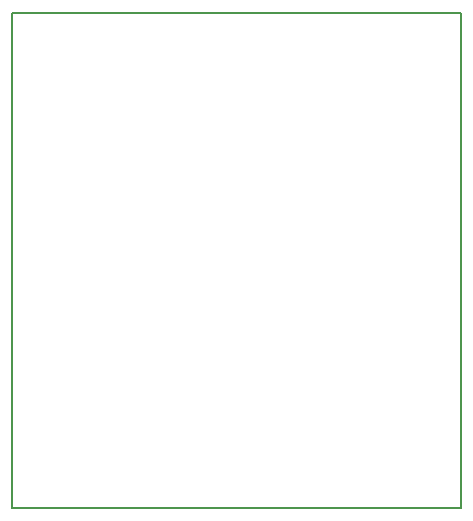
<source format=gbr>
G04 DipTrace 3.0.0.1*
G04 ESP-12E_BASE_V2.2-2OUTLINE.gbr*
%MOMM*%
G04 #@! TF.FileFunction,Profile*
G04 #@! TF.Part,Single*
%ADD11C,0.14*%
%FSLAX35Y35*%
G04*
G71*
G90*
G75*
G01*
G04 BoardOutline*
%LPD*%
X1000800Y1000800D2*
D11*
Y5190800D1*
X4800800D1*
Y1000800D1*
X1000800D1*
M02*

</source>
